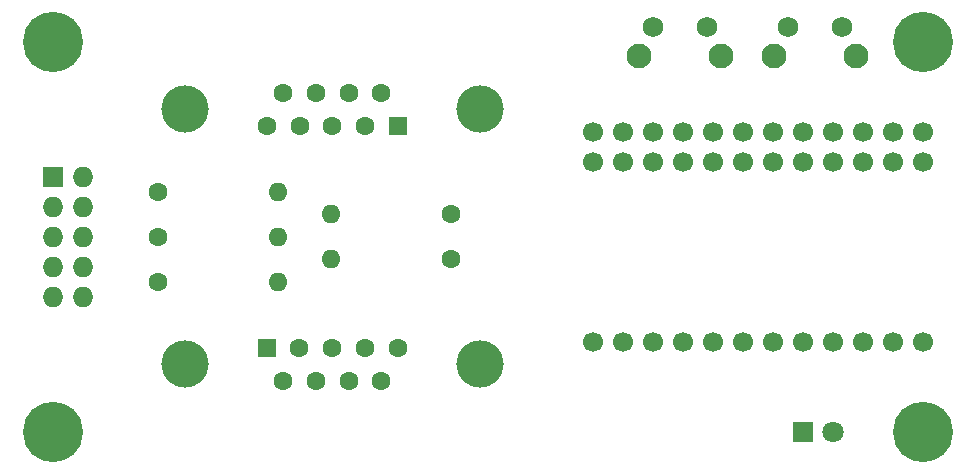
<source format=gbs>
%TF.GenerationSoftware,KiCad,Pcbnew,(5.1.8)-1*%
%TF.CreationDate,2021-01-12T21:41:51+01:00*%
%TF.ProjectId,C64 Joystick Adapter,43363420-4a6f-4797-9374-69636b204164,rev?*%
%TF.SameCoordinates,Original*%
%TF.FileFunction,Soldermask,Bot*%
%TF.FilePolarity,Negative*%
%FSLAX46Y46*%
G04 Gerber Fmt 4.6, Leading zero omitted, Abs format (unit mm)*
G04 Created by KiCad (PCBNEW (5.1.8)-1) date 2021-01-12 21:41:51*
%MOMM*%
%LPD*%
G01*
G04 APERTURE LIST*
%ADD10C,1.600000*%
%ADD11O,1.600000X1.600000*%
%ADD12C,1.700000*%
%ADD13R,1.600000X1.600000*%
%ADD14C,4.000000*%
%ADD15C,5.100000*%
%ADD16C,2.100000*%
%ADD17C,1.750000*%
%ADD18R,1.800000X1.800000*%
%ADD19C,1.800000*%
%ADD20R,1.727200X1.727200*%
%ADD21O,1.727200X1.727200*%
G04 APERTURE END LIST*
D10*
%TO.C,R4*%
X133350000Y-90170000D03*
D11*
X123190000Y-90170000D03*
%TD*%
D12*
%TO.C,A1*%
X145415000Y-85725000D03*
X147955000Y-85725000D03*
X150495000Y-85725000D03*
X153035000Y-85725000D03*
X155575000Y-85725000D03*
X158115000Y-85725000D03*
X160655000Y-85725000D03*
X163195000Y-85725000D03*
X165735000Y-85725000D03*
X168275000Y-85725000D03*
X170815000Y-85725000D03*
X173355000Y-85725000D03*
X170815000Y-83185000D03*
X168275000Y-83185000D03*
X165735000Y-83185000D03*
X163195000Y-83185000D03*
X160655000Y-83185000D03*
X158115000Y-83185000D03*
X155575000Y-83185000D03*
X153035000Y-83185000D03*
X150495000Y-83185000D03*
X147955000Y-83185000D03*
X145415000Y-83185000D03*
X145415000Y-100965000D03*
X147955000Y-100965000D03*
X150495000Y-100965000D03*
X153035000Y-100965000D03*
X155575000Y-100965000D03*
X158115000Y-100965000D03*
X160655000Y-100965000D03*
X163195000Y-100965000D03*
X165735000Y-100965000D03*
X168275000Y-100965000D03*
X170815000Y-100965000D03*
X173355000Y-100965000D03*
X173355000Y-83185000D03*
%TD*%
D11*
%TO.C,R5*%
X123190000Y-93980000D03*
D10*
X133350000Y-93980000D03*
%TD*%
D13*
%TO.C,J2*%
X117760000Y-101470000D03*
D10*
X120530000Y-101470000D03*
X123300000Y-101470000D03*
X126070000Y-101470000D03*
X128840000Y-101470000D03*
X119145000Y-104310000D03*
X121915000Y-104310000D03*
X124685000Y-104310000D03*
X127455000Y-104310000D03*
D14*
X110800000Y-102890000D03*
X135800000Y-102890000D03*
%TD*%
%TO.C,J1*%
X110820000Y-81310000D03*
X135820000Y-81310000D03*
D10*
X119165000Y-79890000D03*
X121935000Y-79890000D03*
X124705000Y-79890000D03*
X127475000Y-79890000D03*
X117780000Y-82730000D03*
X120550000Y-82730000D03*
X123320000Y-82730000D03*
X126090000Y-82730000D03*
D13*
X128860000Y-82730000D03*
%TD*%
D15*
%TO.C,M1*%
X99695000Y-108585000D03*
%TD*%
%TO.C,M2*%
X173355000Y-75565000D03*
%TD*%
%TO.C,M3*%
X99695000Y-75565000D03*
%TD*%
%TO.C,M4*%
X173355000Y-108585000D03*
%TD*%
D10*
%TO.C,R1*%
X108585000Y-88265000D03*
D11*
X118745000Y-88265000D03*
%TD*%
D10*
%TO.C,R2*%
X108585000Y-92075000D03*
D11*
X118745000Y-92075000D03*
%TD*%
%TO.C,R3*%
X118745000Y-95885000D03*
D10*
X108585000Y-95885000D03*
%TD*%
D16*
%TO.C,SW1*%
X160675000Y-76785000D03*
D17*
X161925000Y-74295000D03*
X166425000Y-74295000D03*
D16*
X167685000Y-76785000D03*
%TD*%
%TO.C,SW2*%
X156255000Y-76785000D03*
D17*
X154995000Y-74295000D03*
X150495000Y-74295000D03*
D16*
X149245000Y-76785000D03*
%TD*%
D18*
%TO.C,D1*%
X163195000Y-108585000D03*
D19*
X165735000Y-108585000D03*
%TD*%
D20*
%TO.C,J3*%
X99695000Y-86995000D03*
D21*
X99695000Y-89535000D03*
X99695000Y-92075000D03*
X99695000Y-94615000D03*
X99695000Y-97155000D03*
X102235000Y-86995000D03*
X102235000Y-89535000D03*
X102235000Y-92075000D03*
X102235000Y-94615000D03*
X102235000Y-97155000D03*
%TD*%
M02*

</source>
